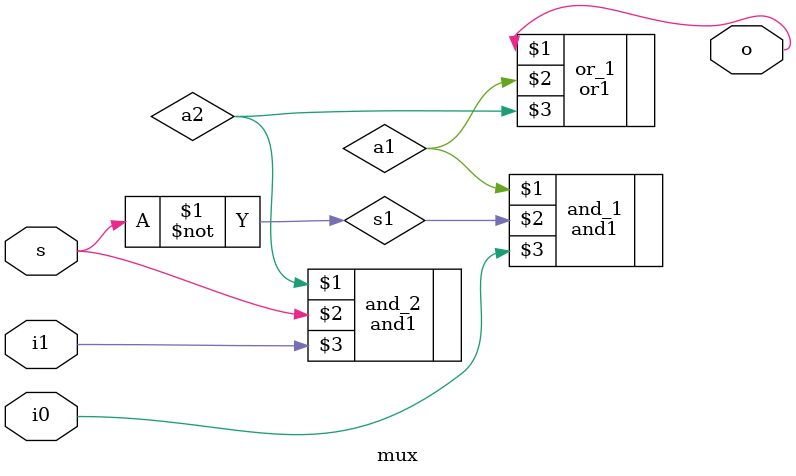
<source format=v>
module mux(output o, input s, i0, i1);

wire s1, a1, a2;

nand(s1, s);
and1 and_1(a1, s1, i0);
and1 and_2(a2, s, i1);
or1 or_1(o, a1, a2);

endmodule
</source>
